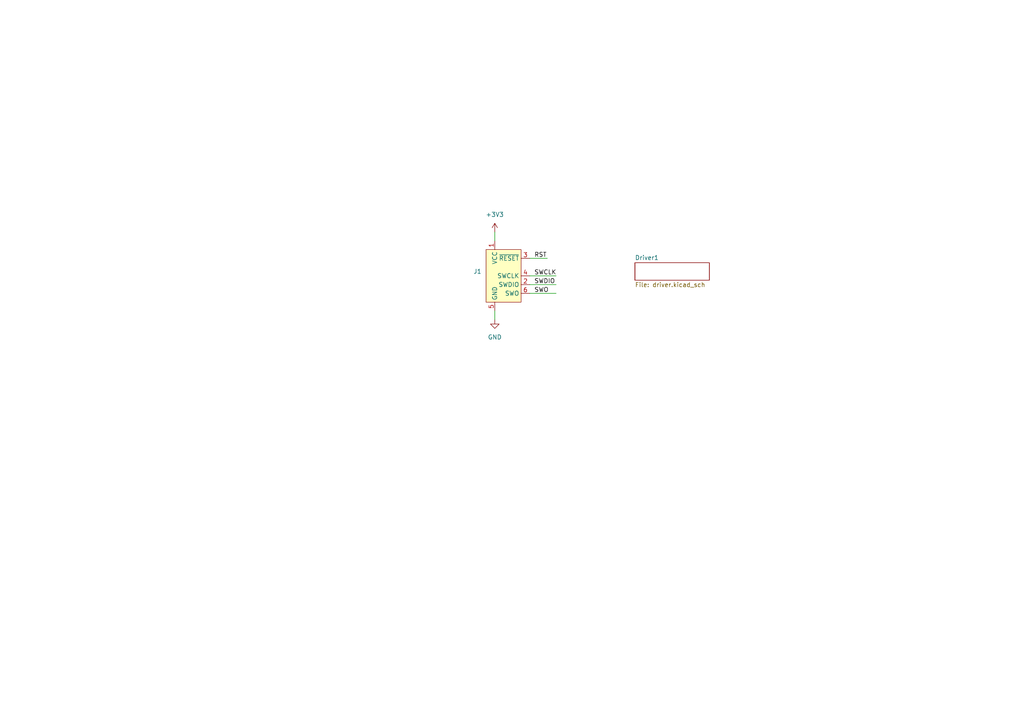
<source format=kicad_sch>
(kicad_sch (version 20231120) (generator "eeschema") (generator_version "8.0")
  (paper "A4")
  (lib_symbols
    (symbol "Connector:Conn_ARM_SWD_TagConnect_TC2030-NL" (in_bom no)
      (property "Reference" "J" (at 2.54 11.43 0))
      (property "Value" "Conn_ARM_SWD_TagConnect_TC2030-NL" (at 2.54 8.89 0))
      (symbol "Conn_ARM_SWD_TagConnect_TC2030-NL_0_0"
        (pin power_in line (at -2.54 10.16 270) (length 2.54) (name "VCC") (number "1"))
        (pin bidirectional line (at 7.62 -2.54 180) (length 2.54) (name "SWDIO") (number "2"))
        (pin open_collector line (at 7.62 5.08 180) (length 2.54) (name "~{RESET}") (number "3"))
        (pin output line (at 7.62 0 180) (length 2.54) (name "SWCLK") (number "4"))
        (pin power_in line (at -2.54 -10.16 90) (length 2.54) (name "GND") (number "5"))
        (pin input line (at 7.62 -5.08 180) (length 2.54) (name "SWO") (number "6"))
      )
      (symbol "Conn_ARM_SWD_TagConnect_TC2030-NL_0_1"
        (rectangle (start -5.08 7.62) (end 5.08 -7.62) (fill (type background)))
      )
    )
    (symbol "power:+3V3" (power) (pin_numbers hide) (pin_names (offset 0) hide)
      (property "Value" "+3V3" (at 0 3.556 0))
      (symbol "+3V3_0_1"
        (polyline (pts (xy -0.762 1.27) (xy 0 2.54)))
        (polyline (pts (xy 0 0) (xy 0 2.54)))
        (polyline (pts (xy 0 2.54) (xy 0.762 1.27)))
      )
      (symbol "+3V3_1_1"
        (pin power_in line (at 0 0 90) (length 0) (name "~") (number "1"))
      )
    )
    (symbol "power:GND" (power) (pin_numbers hide) (pin_names (offset 0) hide)
      (property "Value" "GND" (at 0 -3.81 0))
      (symbol "GND_0_1"
        (polyline (pts (xy 0 0) (xy 0 -1.27) (xy 1.27 -1.27) (xy 0 -2.54) (xy -1.27 -1.27) (xy 0 -1.27)))
      )
      (symbol "GND_1_1"
        (pin power_in line (at 0 0 270) (length 0) (name "~") (number "1"))
      )
    )
  )
  (wire (pts (xy 143.51 67.31) (xy 143.51 69.85)))
  (wire (pts (xy 153.67 82.55) (xy 161.29 82.55)))
  (wire (pts (xy 153.67 74.93) (xy 158.75 74.93)))
  (wire (pts (xy 143.51 90.17) (xy 143.51 92.71)))
  (wire (pts (xy 153.67 85.09) (xy 161.29 85.09)))
  (wire (pts (xy 153.67 80.01) (xy 161.29 80.01)))
  (label "RST" (at 154.94 74.93 0))
  (label "SWO" (at 154.94 85.09 0))
  (label "SWDIO" (at 154.94 82.55 0))
  (label "SWCLK" (at 154.94 80.01 0))
  (symbol (lib_id "Connector:Conn_ARM_SWD_TagConnect_TC2030-NL") (at 146.05 80.01 0) (unit 1) (in_bom no)
    (property "Reference" "J1" (at 139.7 78.7399 0) (effects (justify right)))
    (property "Value" "Conn_ARM_SWD_TagConnect_TC2030-NL" (effects (hide yes)))
    (property "Footprint" "Connector:Tag-Connect_TC2030-IDC-NL_2x03_P1.27mm_Vertical" (effects (hide yes)))
    (property "Datasheet" "https://www.tag-connect.com/wp-content/uploads/bsk-pdf-manager/TC2030-CTX_1.pdf" (effects (hide yes)))
    (property "Description" "Tag-Connect ARM Cortex SWD JTAG connector, 6 pin, no legs" (effects (hide yes)))
  )
  (symbol (lib_id "power:+3V3") (at 143.51 67.31 0) (unit 1)
    (property "Reference" "#PWR04" (effects (hide yes)))
    (property "Value" "+3V3" (at 143.51 62.23 0))
    (property "Description" "Power symbol creates a global label with name \"+3V3\"" (effects (hide yes)))
  )
  (symbol (lib_id "power:GND") (at 143.51 92.71 0) (unit 1)
    (property "Reference" "#PWR03" (effects (hide yes)))
    (property "Value" "GND" (at 143.51 97.79 0))
    (property "Description" "Power symbol creates a global label with name \"GND\" , ground" (effects (hide yes)))
  )
  (sheet (at 184.15 76.2) (size 21.59 5.08) (stroke (width 0.1524))
    (property "Sheetname" "Driver1" (at 184.15 75.4884 0) (effects (justify left bottom)))
    (property "Sheetfile" "driver.kicad_sch" (at 184.15 81.8646 0) (effects (justify left top)))
  )
)
</source>
